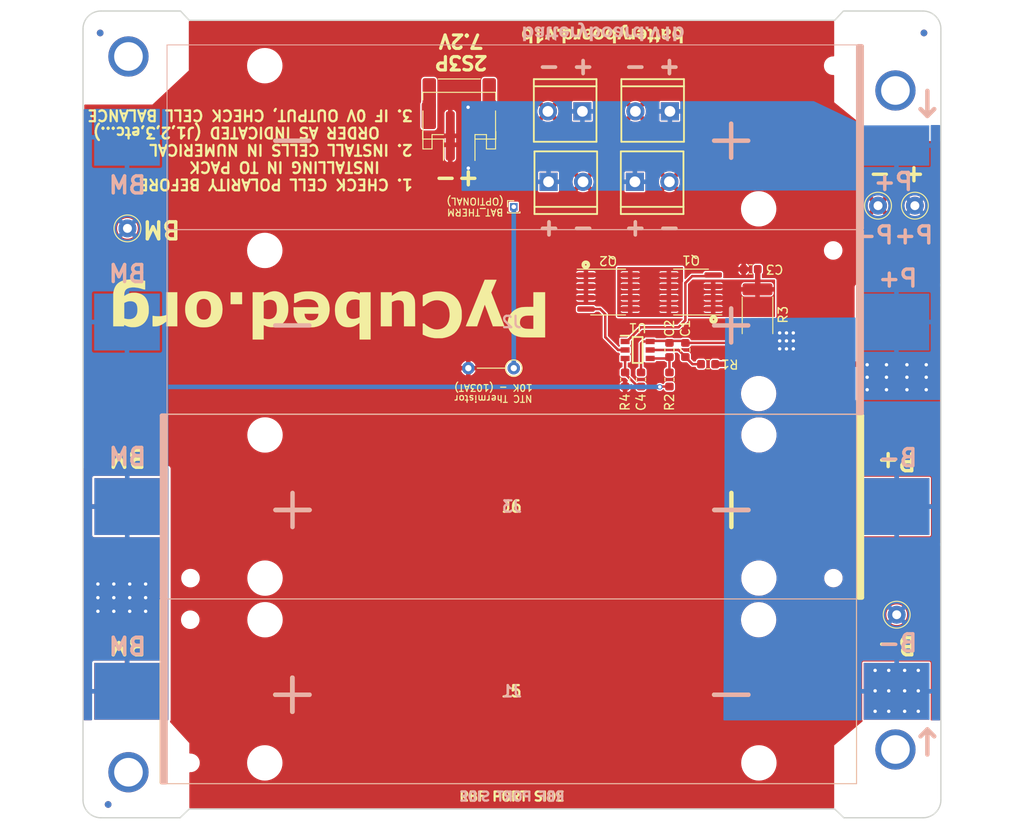
<source format=kicad_pcb>
(kicad_pcb (version 20221018) (generator pcbnew)
  (layers (0 "F.Cu" signal) (31 "B.Cu" signal) (34 "B.Paste" user) (35 "F.Paste" user) (36 "B.SilkS" user "B.Silkscreen") (37 "F.SilkS" user "F.Silkscreen") (38 "B.Mask" user) (39 "F.Mask" user) (44 "Edge.Cuts" user))
  (net 0 "")
  (net 1 "/VDD")
  (net 2 "B-")
  (net 3 "Net-(U1-VC)")
  (net 4 "PACK-")
  (net 5 "BM")
  (net 6 "PACK+")
  (net 7 "Net-(U1-V-)")
  (net 10 "Net-(C3-Pad1)")
  (net 12 "BAT_THERM")
  (net 14 "Net-(Q1-D-Pad5)")
  (net 15 "Net-(Q1-G)")
  (net 16 "Net-(Q2-G)")
  (footprint "custom-footprints:KEYSTONE-1042" (layer "F.Cu") (at 101.1174 129.8448 180)
    (fp_text reference "J5" (at 0 0) (layer "F.SilkS") (effects (font (size 1.27 1.27) (thickness 0.254))))
    (fp_text value "KEYSTONE-1042" hide)
    (fp_text user "+" (at 24.525 0) (layer "F.SilkS") (effects (font (size 5 5) (thickness 0.5))))
    (fp_text user "-" (at -24.525 0) (layer "F.SilkS") (effects (font (size 5 5) (thickness 0.5))))
    (pad "" np_thru_hole circle (at -27.6 8 180) (size 0.001 0.001) (drill 3.45) (layers "*.Cu" "*.Mask"))
    (pad "" np_thru_hole circle (at 27.6 -8 180) (size 0.001 0.001) (drill 3.45) (layers "*.Cu" "*.Mask"))
    (pad "" np_thru_hole circle (at 35.93 8 180) (size 0.001 0.001) (drill 1.57) (layers "*.Cu" "*.Mask"))
    (pad "1" smd rect (at -43 0 270) (size 6.35 7.34) (layers "F.Cu" "F.Paste" "F.Mask") (net 2 "B-"))
    (pad "2" smd rect (at 43 0 270) (size 6.35 7.34) (layers "F.Cu" "F.Paste" "F.Mask") (net 5 "BM"))
  )
  (footprint "custom-footprints:SOT95P280X130-6N" (layer "F.Cu") (at 115.189 91.694)
    (fp_text reference "U1" (at 0 -2.4765 180 unlocked) (layer "F.SilkS"))
    (fp_text value "R5460N233AF" hide)
    (pad "1" smd rect (at -1.4 -0.95 90) (size 0.6 1) (layers "F.Cu" "F.Paste" "F.Mask") (net 15 "Net-(Q1-G)"))
    (pad "2" smd rect (at -1.4 0 90) (size 0.6 1) (layers "F.Cu" "F.Paste" "F.Mask") (net 16 "Net-(Q2-G)"))
    (pad "3" smd rect (at -1.4 0.95 90) (size 0.6 1) (layers "F.Cu" "F.Paste" "F.Mask") (net 7 "Net-(U1-V-)"))
    (pad "4" smd rect (at 1.4 0.95 90) (size 0.6 1) (layers "F.Cu" "F.Paste" "F.Mask") (net 3 "Net-(U1-VC)"))
    (pad "5" smd rect (at 1.4 0 90) (size 0.6 1) (layers "F.Cu" "F.Paste" "F.Mask") (net 1 "/VDD"))
    (pad "6" smd rect (at 1.4 -0.95 90) (size 0.6 1) (layers "F.Cu" "F.Paste" "F.Mask") (net 2 "B-"))
  )
  (footprint "custom-footprints:KEYSTONE-1042" (layer "F.Cu") (at 101.1428 109.1946)
    (fp_text reference "J6" (at 0 0) (layer "F.SilkS") (effects (font (size 1.27 1.27) (thickness 0.254))))
    (fp_text value "KEYSTONE-1042" hide)
    (fp_text user "+" (at 24.525 0) (layer "F.SilkS") (effects (font (size 5 5) (thickness 0.5))))
    (fp_text user "-" (at -24.525 0) (layer "F.SilkS") (effects (font (size 5 5) (thickness 0.5))))
    (pad "" np_thru_hole circle (at -27.6 8) (size 0.001 0.001) (drill 3.45) (layers "*.Cu" "*.Mask"))
    (pad "" np_thru_hole circle (at 27.6 -8) (size 0.001 0.001) (drill 3.45) (layers "*.Cu" "*.Mask"))
    (pad "" np_thru_hole circle (at 35.93 8) (size 0.001 0.001) (drill 1.57) (layers "*.Cu" "*.Mask"))
    (pad "1" smd rect (at -43 0 90) (size 6.35 7.34) (layers "F.Cu" "F.Paste" "F.Mask") (net 5 "BM"))
    (pad "2" smd rect (at 43 0 90) (size 6.35 7.34) (layers "F.Cu" "F.Paste" "F.Mask") (net 6 "PACK+"))
  )
  (footprint "Capacitor_SMD:C_0603_1608Metric" (layer "F.Cu") (at 120.523 91.694 -90)
    (fp_text reference "C1" (at -2.413 0 90) (layer "F.SilkS"))
    (fp_text value "0.1uF")
    (pad "1" smd roundrect (at -0.7875 0 270) (size 0.875 0.95) (layers "F.Cu" "F.Paste" "F.Mask") (net 2 "B-"))
    (pad "2" smd roundrect (at 0.7875 0 270) (size 0.875 0.95) (layers "F.Cu" "F.Paste" "F.Mask") (net 1 "/VDD"))
  )
  (footprint "Capacitor_SMD:C_0603_1608Metric" (layer "F.Cu") (at 118.745 91.694 -90)
    (fp_text reference "C2" (at -2.413 0 90) (layer "F.SilkS"))
    (fp_text value "0.1uF")
    (pad "1" smd roundrect (at -0.7875 0 270) (size 0.875 0.95) (layers "F.Cu" "F.Paste" "F.Mask") (net 2 "B-"))
    (pad "2" smd roundrect (at 0.7875 0 270) (size 0.875 0.95) (layers "F.Cu" "F.Paste" "F.Mask") (net 3 "Net-(U1-VC)"))
  )
  (footprint "Capacitor_SMD:C_0603_1608Metric" (layer "F.Cu") (at 115.57 94.996 -90)
    (fp_text reference "C4" (at 2.54 0 90) (layer "F.SilkS"))
    (fp_text value "0.1uF")
    (pad "1" smd roundrect (at -0.7875 0 270) (size 0.875 0.95) (layers "F.Cu" "F.Paste" "F.Mask") (net 2 "B-"))
    (pad "2" smd roundrect (at 0.7875 0 270) (size 0.875 0.95) (layers "F.Cu" "F.Paste" "F.Mask") (net 7 "Net-(U1-V-)"))
  )
  (footprint "Capacitor_SMD:C_0603_1608Metric" (layer "F.Cu") (at 127.8255 82.677 180)
    (fp_text reference "C3" (at -2.667 0 180 unlocked) (layer "F.SilkS"))
    (fp_text value "0.1uF")
    (pad "1" smd roundrect (at -0.7875 0 180) (size 0.875 0.95) (layers "F.Cu" "F.Paste" "F.Mask") (net 10 "Net-(C3-Pad1)"))
    (pad "2" smd roundrect (at 0.7875 0 180) (size 0.875 0.95) (layers "F.Cu" "F.Paste" "F.Mask") (net 4 "PACK-"))
  )
  (footprint "Resistor_SMD:R_0603_1608Metric" (layer "F.Cu") (at 123.063 93.2815 180)
    (fp_text reference "R1" (at -2.413 0 180 unlocked) (layer "F.SilkS"))
    (fp_text value "330")
    (pad "1" smd roundrect (at -0.7875 0 180) (size 0.875 0.95) (layers "F.Cu" "F.Paste" "F.Mask") (net 6 "PACK+"))
    (pad "2" smd roundrect (at 0.7875 0 180) (size 0.875 0.95) (layers "F.Cu" "F.Paste" "F.Mask") (net 1 "/VDD"))
  )
  (footprint "Resistor_SMD:R_0603_1608Metric" (layer "F.Cu") (at 118.745 94.996 90)
    (fp_text reference "R2" (at -2.54 0 90) (layer "F.SilkS"))
    (fp_text value "330")
    (pad "1" smd roundrect (at -0.7875 0 90) (size 0.875 0.95) (layers "F.Cu" "F.Paste" "F.Mask") (net 5 "BM"))
    (pad "2" smd roundrect (at 0.7875 0 90) (size 0.875 0.95) (layers "F.Cu" "F.Paste" "F.Mask") (net 3 "Net-(U1-VC)"))
  )
  (footprint "Package_SO:SOIC-8_3.9x4.9mm_P1.27mm" (layer "F.Cu") (at 111.887 85.217)
    (fp_text reference "Q2" (at 0 -3.4925 180 unlocked) (layer "F.SilkS"))
    (fp_text value "IRF7458")
    (pad "1" smd roundrect (at -2.475 -1.905) (size 1.95 0.6) (layers "F.Cu" "F.Paste" "F.Mask") (net 4 "PACK-"))
    (pad "2" smd roundrect (at -2.475 -0.635) (size 1.95 0.6) (layers "F.Cu" "F.Paste" "F.Mask") (net 4 "PACK-"))
    (pad "3" smd roundrect (at -2.475 0.635) (size 1.95 0.6) (layers "F.Cu" "F.Paste" "F.Mask") (net 4 "PACK-"))
    (pad "4" smd roundrect (at -2.475 1.905) (size 1.95 0.6) (layers "F.Cu" "F.Paste" "F.Mask") (net 16 "Net-(Q2-G)"))
    (pad "5" smd roundrect (at 2.475 1.905) (size 1.95 0.6) (layers "F.Cu" "F.Paste" "F.Mask") (net 14 "Net-(Q1-D-Pad5)"))
    (pad "6" smd roundrect (at 2.475 0.635) (size 1.95 0.6) (layers "F.Cu" "F.Paste" "F.Mask") (net 14 "Net-(Q1-D-Pad5)"))
    (pad "7" smd roundrect (at 2.475 -0.635) (size 1.95 0.6) (layers "F.Cu" "F.Paste" "F.Mask") (net 14 "Net-(Q1-D-Pad5)"))
    (pad "8" smd roundrect (at 2.475 -1.905) (size 1.95 0.6) (layers "F.Cu" "F.Paste" "F.Mask") (net 14 "Net-(Q1-D-Pad5)"))
  )
  (footprint "Package_SO:SOIC-8_3.9x4.9mm_P1.27mm" (layer "F.Cu") (at 121.158 85.217 180)
    (fp_text reference "Q1" (at 0 3.556 180 unlocked) (layer "F.SilkS"))
    (fp_text value "IRF7458")
    (pad "1" smd roundrect (at -2.475 -1.905 180) (size 1.95 0.6) (layers "F.Cu" "F.Paste" "F.Mask") (net 10 "Net-(C3-Pad1)"))
    (pad "2" smd roundrect (at -2.475 -0.635 180) (size 1.95 0.6) (layers "F.Cu" "F.Paste" "F.Mask") (net 10 "Net-(C3-Pad1)"))
    (pad "3" smd roundrect (at -2.475 0.635 180) (size 1.95 0.6) (layers "F.Cu" "F.Paste" "F.Mask") (net 10 "Net-(C3-Pad1)"))
    (pad "4" smd roundrect (at -2.475 1.905 180) (size 1.95 0.6) (layers "F.Cu" "F.Paste" "F.Mask") (net 15 "Net-(Q1-G)"))
    (pad "5" smd roundrect (at 2.475 1.905 180) (size 1.95 0.6) (layers "F.Cu" "F.Paste" "F.Mask") (net 14 "Net-(Q1-D-Pad5)"))
    (pad "6" smd roundrect (at 2.475 0.635 180) (size 1.95 0.6) (layers "F.Cu" "F.Paste" "F.Mask") (net 14 "Net-(Q1-D-Pad5)"))
    (pad "7" smd roundrect (at 2.475 -0.635 180) (size 1.95 0.6) (layers "F.Cu" "F.Paste" "F.Mask") (net 14 "Net-(Q1-D-Pad5)"))
    (pad "8" smd roundrect (at 2.475 -1.905 180) (size 1.95 0.6) (layers "F.Cu" "F.Paste" "F.Mask") (net 14 "Net-(Q1-D-Pad5)"))
  )
  (footprint "Resistor_SMD:R_0603_1608Metric" (layer "F.Cu") (at 113.792 94.996 -90)
    (fp_text reference "R4" (at 2.54 0 90) (layer "F.SilkS"))
    (fp_text value "1K")
    (pad "1" smd roundrect (at -0.7875 0 270) (size 0.875 0.95) (layers "F.Cu" "F.Paste" "F.Mask") (net 7 "Net-(U1-V-)"))
    (pad "2" smd roundrect (at 0.7875 0 270) (size 0.875 0.95) (layers "F.Cu" "F.Paste" "F.Mask") (net 4 "PACK-"))
  )
  (footprint "Resistor_SMD:R_2512_6332Metric" (layer "F.Cu") (at 128.5875 87.8205 90)
    (fp_text reference "R3" (at 0.0635 2.8575 90) (layer "F.SilkS"))
    (fp_text value "0.01")
    (pad "1" smd roundrect (at -2.9 0 90) (size 1.35 3.35) (layers "F.Cu" "F.Paste" "F.Mask") (roundrect_rratio 0.185185) (net 2 "B-"))
    (pad "2" smd roundrect (at 2.9 0 90) (size 1.35 3.35) (layers "F.Cu" "F.Paste" "F.Mask") (roundrect_rratio 0.185185) (net 10 "Net-(C3-Pad1)"))
  )
  (footprint "Fiducial:Fiducial_0.75mm_Mask1.5mm" (layer "F.Cu") (at 56.007 142.494)
    (fp_text reference "REF**" hide)
    (fp_text value "Fiducial_0.75mm_Mask1.5mm")
    (pad "" smd circle (at 0 0) (size 0.75 0.75) (layers "F.Cu" "F.Mask") (clearance 0.375))
  )
  (footprint "Fiducial:Fiducial_0.75mm_Mask1.5mm" (layer "F.Cu") (at 55.118 56.261)
    (fp_text reference "REF**" hide)
    (fp_text value "Fiducial_0.75mm_Mask1.5mm")
    (pad "" smd circle (at 0 0) (size 0.75 0.75) (layers "F.Cu" "F.Mask") (clearance 0.375))
  )
  (footprint "Fiducial:Fiducial_0.75mm_Mask1.5mm" (layer "F.Cu") (at 147.193 56.261)
    (fp_text reference "REF**" hide)
    (fp_text value "Fiducial_0.75mm_Mask1.5mm")
    (pad "" smd circle (at 0 0) (size 0.75 0.75) (layers "F.Cu" "F.Mask") (clearance 0.375))
  )
  (footprint "TestPoint:TestPoint_Loop_D1.80mm_Drill1.0mm_Beaded" (layer "F.Cu") (at 144.145 121.285)
    (fp_text reference "TP1" hide)
    (fp_text value "TestPoint")
    (pad "1" thru_hole circle (at 0 0) (size 2 2) (drill 1) (layers "*.Cu" "*.Mask") (net 2 "B-"))
  )
  (footprint "TestPoint:TestPoint_Loop_D1.80mm_Drill1.0mm_Beaded" (layer "F.Cu") (at 58.166 78.105)
    (fp_text reference "TP2" hide)
    (fp_text value "TestPoint")
    (pad "1" thru_hole circle (at 0 0) (size 2 2) (drill 1) (layers "*.Cu" "*.Mask") (net 5 "BM"))
  )
  (footprint "TestPoint:TestPoint_Loop_D1.80mm_Drill1.0mm_Beaded" (layer "F.Cu") (at 142.0622 75.565)
    (fp_text reference "TP3" hide)
    (fp_text value "TestPoint")
    (pad "1" thru_hole circle (at 0 0) (size 2 2) (drill 1) (layers "*.Cu" "*.Mask") (net 4 "PACK-"))
  )
  (footprint "TestPoint:TestPoint_Loop_D1.80mm_Drill1.0mm_Beaded" (layer "F.Cu") (at 146.177 75.565)
    (fp_text reference "TP4" hide)
    (fp_text value "TestPoint")
    (pad "1" thru_hole circle (at 0 0) (size 2 2) (drill 1) (layers "*.Cu" "*.Mask") (net 6 "PACK+"))
  )
  (footprint "Connector_JST:JST_PH_S2B-PH-SM4-TB_1x02-1MP_P2.00mm_Horizontal" (layer "F.Cu") (at 95.25 65.913 180)
    (fp_text reference "J7" hide)
    (fp_text value "JST_PH_S2B-PH-SM4")
    (pad "1" smd roundrect (at -1 -2.85 180) (size 1 3.5) (layers "F.Cu" "F.Paste" "F.Mask") (net 6 "PACK+"))
    (pad "2" smd roundrect (at 1 -2.85 180) (size 1 3.5) (layers "F.Cu" "F.Paste" "F.Mask") (net 4 "PACK-"))
    (pad "MP" smd roundrect (at -3.35 2.9 180) (size 1.5 3.4) (layers "F.Cu" "F.Paste" "F.Mask") (roundrect_rratio 0.166667))
    (pad "MP" smd roundrect (at 3.35 2.9 180) (size 1.5 3.4) (layers "F.Cu" "F.Paste" "F.Mask") (roundrect_rratio 0.166667))
  )
  (footprint "custom-footprints:SCREWTERMINAL-3.5MM-2_LOCK" (layer "F.Cu") (at 108.839 65.024 180)
    (fp_text reference "J8" hide)
    (fp_text value "Screw_Terminal_01x02")
    (pad "1" thru_hole rect (at -0.1778 0 180) (size 2.032 2.032) (drill 1.2) (layers "*.Cu" "*.Mask") (net 6 "PACK+"))
    (pad "2" thru_hole circle (at 3.6778 0 180) (size 2.032 2.032) (drill 1.2) (layers "*.Cu" "*.Mask") (net 4 "PACK-"))
  )
  (footprint "custom-footprints:SCREWTERMINAL-3.5MM-2_LOCK" (layer "F.Cu") (at 105.41 72.898)
    (fp_text reference "J9" hide)
    (fp_text value "Screw_Terminal_01x02")
    (pad "1" thru_hole rect (at -0.1778 0) (size 2.032 2.032) (drill 1.2) (layers "*.Cu" "*.Mask") (net 6 "PACK+"))
    (pad "2" thru_hole circle (at 3.6778 0) (size 2.032 2.032) (drill 1.2) (layers "*.Cu" "*.Mask") (net 4 "PACK-"))
  )
  (footprint "custom-footprints:SCREWTERMINAL-3.5MM-2_LOCK" (layer "F.Cu") (at 118.618 65.024 180)
    (fp_text reference "J10" hide)
    (fp_text value "Screw_Terminal_01x02")
    (pad "1" thru_hole rect (at -0.1778 0 180) (size 2.032 2.032) (drill 1.2) (layers "*.Cu" "*.Mask") (net 6 "PACK+"))
    (pad "2" thru_hole circle (at 3.6778 0 180) (size 2.032 2.032) (drill 1.2) (layers "*.Cu" "*.Mask") (net 4 "PACK-"))
  )
  (footprint "custom-footprints:SCREWTERMINAL-3.5MM-2_LOCK" (layer "F.Cu") (at 115.062 72.898)
    (fp_text reference "J11" hide)
    (fp_text value "Screw_Terminal_01x02")
    (pad "1" thru_hole rect (at -0.1778 0) (size 2.032 2.032) (drill 1.2) (layers "*.Cu" "*.Mask") (net 6 "PACK+"))
    (pad "2" thru_hole circle (at 3.6778 0) (size 2.032 2.032) (drill 1.2) (layers "*.Cu" "*.Mask") (net 4 "PACK-"))
  )
  (footprint "Connector_PinHeader_1.00mm:PinHeader_1x01_P1.00mm_Vertical" (layer "F.Cu") (at 101.346 75.692)
    (fp_text reference "J12" hide)
    (fp_text value "Screw_Terminal_01x01")
    (pad "1" thru_hole rect (at 0 0) (size 0.85 0.85) (drill 0.5) (layers "*.Cu" "*.Mask") (net 12 "BAT_THERM"))
  )
  (footprint "Resistor_THT:R_Axial_DIN0204_L3.6mm_D1.6mm_P5.08mm_Vertical" (layer "F.Cu") (at 101.346 93.726 180)
    (fp_text reference "TH1" hide)
    (fp_text value "Thermistor")
    (pad "1" thru_hole circle (at 0 0 180) (size 1.4 1.4) (drill 0.7) (layers "*.Cu" "*.Mask") (net 12 "BAT_THERM"))
    (pad "2" thru_hole oval (at 5.08 0 180) (size 1.4 1.4) (drill 0.7) (layers "*.Cu" "*.Mask") (net 4 "PACK-"))
  )
  (footprint "Connector_JST:JST_PH_B2B-PH-SM4-TB_1x02-1MP_P2.00mm_Vertical" (layer "F.Cu") (at 95.25 67.2592)
    (fp_text reference "REF**" hide)
    (fp_text value "JST_PH_B2B-PH-SM4-TB_1x02-1MP_P2.00mm_Vertical")
    (pad "1" smd roundrect (at -1 0.5) (size 1 5.499999) (layers "F.Cu" "F.Paste" "F.Mask") (net 4 "PACK-"))
    (pad "2" smd roundrect (at 1 0.5) (size 1 5.499999) (layers "F.Cu" "F.Paste" "F.Mask") (net 6 "PACK+"))
    (pad "MP" smd roundrect (at -3.4 -1.75) (size 1.6 3) (layers "F.Cu" "F.Paste" "F.Mask") (roundrect_rratio 0.15625))
    (pad "MP" smd roundrect (at 3.4 -1.75) (size 1.6 3) (layers "F.Cu" "F.Paste" "F.Mask") (roundrect_rratio 0.15625))
  )
  (footprint "custom-footprints:pycubed_logo" (layer "F.Cu") (at 83.29676 86.9188 180)
    (fp_text reference "Ref**" hide)
    (fp_text value "Val**" hide)
  )
  (footprint "custom-footprints:MountingHole_3.2mm_M3_DIN965_PadMOD" (layer "F.Cu") (at 144.0053 136.3499)
    (fp_text reference "H4" hide)
    (fp_text value "MountingHole_Pad")
    (pad "1" thru_hole circle locked (at 0 0) (size 4.5 4.5) (drill 3.2) (layers "*.Cu" "*.Mask"))
  )
  (footprint "custom-footprints:MountingHole_3.2mm_M3_DIN965_PadMOD" (layer "F.Cu") (at 58.2803 58.8899)
    (fp_text reference "H2" hide)
    (fp_text value "MountingHole_Pad")
    (pad "1" thru_hole circle locked (at 0 0) (size 4.5 4.5) (drill 3.2) (layers "*.Cu" "*.Mask"))
  )
  (footprint "custom-footprints:MountingHole_3.2mm_M3_DIN965_PadMOD" (layer "F.Cu") (at 58.2803 138.8899)
    (fp_text reference "H1" hide)
    (fp_text value "MountingHole_Pad")
    (pad "1" thru_hole circle locked (at 0 0) (size 4.5 4.5) (drill 3.2) (layers "*.Cu" "*.Mask"))
  )
  (footprint "custom-footprints:battery_version" (layer "F.Cu") (at 111.252 56.388 180)
    (fp_text reference "Ref**" hide)
    (fp_text value "Val**" hide)
  )
  (footprint "custom-footprints:MountingHole_3.2mm_M3_DIN965_PadMOD" (layer "F.Cu") (at 144.0053 62.6899)
    (fp_text reference "H3" hide)
    (fp_text value "MountingHole_Pad")
    (pad "1" thru_hole circle (at 0 0) (size 4.5 4.5) (drill 3.2) (layers "*.Cu" "*.Mask"))
  )
  (footprint "custom-footprints:KEYSTONE-1042" (layer "B.Cu") (at 101.1174 88.5698)
    (fp_text reference "J2" (at 0 0) (layer "B.SilkS") (effects (font (size 1.27 1.27) (thickness 0.254)) (justify mirror)))
    (fp_text value "KEYSTONE-1042" hide)
    (fp_text user "+" (at 24.525 0) (layer "B.SilkS") (effects (font (size 5 5) (thickness 0.5)) (justify mirror)))
    (fp_text user "-" (at -24.525 0) (layer "B.SilkS") (effects (font (size 5 5) (thickness 0.5)) (justify mirror)))
    (pad "" np_thru_hole circle (at -27.6 -8) (size 0.001 0.001) (drill 3.45) (layers "*.Cu" "*.Mask"))
    (pad "" np_thru_hole circle (at 27.6 8) (size 0.001 0.001) (drill 3.45) (layers "*.Cu" "*.Mask"))
    (pad "" np_thru_hole circle (at 35.93 -8) (size 0.001 0.001) (drill 1.57) (layers "*.Cu" "*.Mask"))
    (pad "1" smd rect (at -43 0 270) (size 6.35 7.34) (layers "B.Cu" "B.Paste" "B.Mask") (net 5 "BM"))
    (pad "2" smd rect (at 43 0 270) (size 6.35 7.34) (layers "B.Cu" "B.Paste" "B.Mask") (net 6 "PACK+"))
  )
  (footprint "custom-footprints:KEYSTONE-1042" (layer "B.Cu") (at 101.1428 129.8448 180)
    (fp_text reference "J1" (at 0 0) (layer "B.SilkS") (effects (font (size 1.27 1.27) (thickness 0.254)) (justify mirror)))
    (fp_text value "KEYSTONE-1042" hide)
    (fp_text user "+" (at 24.525 0) (layer "B.SilkS") (effects (font (size 5 5) (thickness 0.5)) (justify mirror)))
    (fp_text user "-" (at -24.525 0) (layer "B.SilkS") (effects (font (size 5 5) (thickness 0.5)) (justify mirror)))
    (pad "" np_thru_hole circle (at -27.6 -8 180) (size 0.001 0.001) (drill 3.45) (layers "*.Cu" "*.Mask"))
    (pad "" np_thru_hole circle (at 27.6 8 180) (size 0.001 0.001) (drill 3.45) (layers "*.Cu" "*.Mask"))
    (pad "" np_thru_hole circle (at 35.93 -8 180) (size 0.001 0.001) (drill 1.57) (layers "*.Cu" "*.Mask"))
    (pad "1" smd rect (at -43 0 90) (size 6.35 7.34) (layers "B.Cu" "B.Paste" "B.Mask") (net 2 "B-"))
    (pad "2" smd rect (at 43 0 90) (size 6.35 7.34) (layers "B.Cu" "B.Paste" "B.Mask") (net 5 "BM"))
  )
  (footprint "custom-footprints:KEYSTONE-1042" (layer "B.Cu") (at 101.1428 109.1946 180)
    (fp_text reference "J3" (at 0 0) (layer "B.SilkS") (effects (font (size 1.27 1.27) (thickness 0.254)) (justify mirror)))
    (fp_text value "KEYSTONE-1042" hide)
    (fp_text user "-" (at -24.525 0) (layer "B.SilkS") (effects (font (size 5 5) (thickness 0.5)) (justify mirror)))
    (fp_text user "+" (at 24.525 0) (layer "B.SilkS") (effects (font (size 5 5) (thickness 0.5)) (justify mirror)))
    (pad "" np_thru_hole circle (at -27.6 -8 180) (size 0.001 0.001) (drill 3.45) (layers "*.Cu" "*.Mask"))
    (pad "" np_thru_hole circle (at 27.6 8 180) (size 0.001 0.001) (drill 3.45) (layers "*.Cu" "*.Mask"))
    (pad "" np_thru_hole circle (at 35.93 -8 180) (size 0.001 0.001) (drill 1.57) (layers "*.Cu" "*.Mask"))
    (pad "1" smd rect (at -43 0 90) (size 6.35 7.34) (layers "B.Cu" "B.Paste" "B.Mask") (net 2 "B-"))
    (pad "2" smd rect (at 43 0 90) (size 6.35 7.34) (layers "B.Cu" "B.Paste" "B.Mask") (net 5 "BM"))
  )
  (footprint "Fiducial:Fiducial_0.75mm_Mask1.5mm" (layer "B.Cu") (at 56.007 142.494)
    (fp_text reference "REF**" hide)
    (fp_text value "Fiducial_0.75mm_Mask1.5mm")
    (pad "" smd circle (at 0 0) (size 0.75 0.75) (layers "B.Cu" "B.Mask") (clearance 0.375))
  )
  (footprint "Fiducial:Fiducial_0.75mm_Mask1.5mm" (layer "B.Cu") (at 55.118 56.261)
    (fp_text reference "REF**" hide)
    (fp_text value "Fiducial_0.75mm_Mask1.5mm")
    (pad "" smd circle (at 0 0) (size 0.75 0.75) (layers "B.Cu" "B.Mask") (clearance 0.375))
  )
  (footprint "Fiducial:Fiducial_0.75mm_Mask1.5mm" (layer "B.Cu") (at 147.193 56.261)
    (fp_text reference "REF**" hide)
    (fp_text value "Fiducial_0.75mm_Mask1.5mm")
    (pad "" smd circle (at 0 0) (size 0.75 0.75) (layers "B.Cu" "B.Mask") (clearance 0.375))
  )
  (footprint "custom-footprints:battery_version" (layer "B.Cu") (at 111.3536 56.134)
    (fp_text reference "Ref**" hide)
    (fp_text value "Val**" hide)
  )
  (footprint "custom-footprints:KEYSTONE-1042" (layer "B.Cu") (at 101.1174 67.9196)
    (fp_text reference "J4" hide)
    (fp_text value "KEYSTONE-1042" hide)
    (fp_text user "+" (at 24.525 0) (layer "B.SilkS") (effects (font (size 5 5) (thickness 0.5)) (justify mirror)))
    (fp_text user "-" (at -24.525 0) (layer "B.SilkS") (effects (font (size 5 5) (thickness 0.5)) (justify mirror)))
    (pad "" np_thru_hole circle (at -27.6 -8) (size 0.001 0.001) (drill 3.45) (layers "*.Cu" "*.Mask"))
    (pad "" np_thru_hole circle (at 27.6 8) (size 0.001 0.001) (drill 3.45) (layers "*.Cu" "*.Mask"))
    (pad "" np_thru_hole circle (at 35.93 -8) (size 0.001 0.001) (drill 1.57) (layers "*.Cu" "*.Mask"))
    (pad "1" smd rect (at -43 0 270) (size 6.35 7.34) (layers "B.Cu" "B.Paste" "B.Mask") (net 5 "BM"))
    (pad "2" smd rect (at 43 0.925 270) (size 4.5 7.34) (layers "B.Cu" "B.Paste" "B.Mask") (net 6 "PACK+"))
  )
  (gr_line (start 148.336 64.77) (end 147.574 65.532) (stroke (width 0.5)) (layer "B.SilkS"))
  (gr_line (start 146.812 64.77) (end 147.574 65.532) (stroke (width 0.5)) (layer "B.SilkS"))
  (gr_line (start 147.574 136.906) (end 147.574 134.112) (stroke (width 0.5)) (layer "B.SilkS"))
  (gr_line (start 146.812 134.874) (end 147.574 134.112) (stroke (width 0.5)) (layer "B.SilkS"))
  (gr_line (start 148.336 134.874) (end 147.574 134.112) (stroke (width 0.5)) (layer "B.SilkS"))
  (gr_line (start 147.574 62.738) (end 147.574 65.532) (stroke (width 0.5)) (layer "B.SilkS"))
  (gr_circle (center 123.6726 88.2904) (end 123.7488 88.3158) (stroke (width 0.4)) (fill none) (layer "F.SilkS"))
  (gr_circle (center 109.3978 82.169) (end 109.474 82.1944) (stroke (width 0.4)) (fill none) (layer "F.SilkS"))
  (gr_arc (start 55.2003 143.9799) (mid 53.786086 143.394114) (end 53.2003 141.9799) (stroke (width 0.15)) (layer "Edge.Cuts"))
  (gr_arc (start 149.0853 141.9799) (mid 148.499514 143.394114) (end 147.0853 143.9799) (stroke (width 0.15)) (layer "Edge.Cuts"))
  (gr_arc (start 147.0853 53.8099) (mid 148.499514 54.395686) (end 149.0853 55.8099) (stroke (width 0.15)) (layer "Edge.Cuts"))
  (gr_line (start 53.2003 55.8099) (end 53.2003 141.9799) (stroke (width 0.15)) (layer "Edge.Cuts"))
  (gr_arc (start 53.2003 55.8099) (mid 53.786086 54.395686) (end 55.2003 53.8099) (stroke (width 0.15)) (layer "Edge.Cuts"))
  (gr_line (start 55.2003 143.9799) (end 64.0395 143.9799) (stroke (width 0.15)) (layer "Edge.Cuts"))
  (gr_line (start 149.0853 141.9799) (end 149.0853 55.8099) (stroke (width 0.15)) (layer "Edge.Cuts"))
  (gr_line (start 137.2108 143.002) (end 65.0748 143.002) (stroke (width 0.15)) (layer "Edge.Cuts"))
  (gr_line (start 64.0395 143.9799) (end 65.0748 143.002) (stroke (width 0.15)) (layer "Edge.Cuts"))
  (gr_line (start 147.0853 143.9799) (end 138.2461 143.9799) (stroke (width 0.15)) (layer "Edge.Cuts"))
  (gr_line (start 65.0748 54.8452) (end 64.0969 53.8099) (stroke (width 0.15)) (layer "Edge.Cuts"))
  (gr_line (start 137.2108 54.8452) (end 65.0748 54.8452) (stroke (width 0.15)) (layer "Edge.Cuts"))
  (gr_line (start 137.2108 54.8452) (end 138.1887 53.8099) (stroke (width 0.15)) (layer "Edge.Cuts"))
  (gr_line (start 147.0853 53.8099) (end 138.1887 53.8099) (stroke (width 0.15)) (layer "Edge.Cuts"))
  (gr_line (start 64.0969 53.8099) (end 55.2003 53.8099) (stroke (width 0.15)) (layer "Edge.Cuts"))
  (gr_line (start 138.2461 143.9799) (end 137.2108 143.002) (stroke (width 0.15)) (layer "Edge.Cuts"))
  (gr_text "BM" (at 58.166 103.632) (layer "B.SilkS") (effects (font (size 1.905 1.905) (thickness 0.381)) (justify mirror)))
  (gr_text "BM" (at 58.166 83.185) (layer "B.SilkS") (effects (font (size 1.905 1.905) (thickness 0.381)) (justify mirror)))
  (gr_text "BM" (at 58.166 73.279) (layer "B.SilkS") (effects (font (size 1.905 1.905) (thickness 0.381)) (justify mirror)))
  (gr_text "BM" (at 58.166 124.841) (layer "B.SilkS") (effects (font (size 1.905 1.905) (thickness 0.381)) (justify mirror)))
  (gr_text "B-" (at 144.272 124.46) (layer "B.SilkS") (effects (font (size 1.905 1.905) (thickness 0.381)) (justify mirror)))
  (gr_text "B-" (at 144.272 103.759) (layer "B.SilkS") (effects (font (size 1.905 1.905) (thickness 0.381)) (justify mirror)))
  (gr_text "P+" (at 144.272 83.693) (layer "B.SilkS") (effects (font (size 1.905 1.905) (thickness 0.381)) (justify mirror)))
  (gr_text "P+" (at 146.05 78.867) (layer "B.SilkS") (effects (font (size 1.905 1.905) (thickness 0.381)) (justify mirror)))
  (gr_text "P-" (at 141.605 78.867) (layer "B.SilkS") (effects (font (size 1.905 1.905) (thickness 0.381)) (justify mirror)))
  (gr_text "P+" (at 143.764 72.898) (layer "B.SilkS") (effects (font (size 1.905 1.905) (thickness 0.381)) (justify mirror)))
  (gr_text "- +" (at 107.188 60.198 180) (layer "B.SilkS") (effects (font (size 1.905 1.905) (thickness 0.381)) (justify mirror)))
  (gr_text "- +" (at 116.84 60.198 180) (layer "B.SilkS") (effects (font (size 1.905 1.905) (thickness 0.381)) (justify mirror)))
  (gr_text "- +" (at 116.84 77.978) (layer "B.SilkS") (effects (font (size 1.905 1.905) (thickness 0.381)) (justify mirror)))
  (gr_text "- +" (at 107.188 77.978) (layer "B.SilkS") (effects (font (size 1.905 1.905) (thickness 0.381)) (justify mirror)))
  (gr_text "RBF PORT SIDE" (at 101.1428 141.605) (layer "B.SilkS") (effects (font (size 1.016 1.016) (thickness 0.254)) (justify mirror)))
  (gr_text "BM" (at 58.166 124.714 180) (layer "F.SilkS") (effects (font (size 1.905 1.905) (thickness 0.381))))
  (gr_text "B-" (at 144.145 124.714 180) (layer "F.SilkS") (effects (font (size 1.905 1.905) (thickness 0.381))))
  (gr_text "P+" (at 144.145 104.14 180) (layer "F.SilkS") (effects (font (size 1.905 1.905) (thickness 0.381))))
  (gr_text "BM" (at 61.976 78.232 180) (layer "F.SilkS") (effects (font (size 1.905 1.905) (thickness 0.381))))
  (gr_text "- +" (at 107.188 59.944) (layer "F.SilkS") (effects (font (size 1.905 1.905) (thickness 0.381))))
  (gr_text "-" (at 93.726 72.644 180) (layer "F.SilkS") (effects (font (size 1.905 1.905) (thickness 0.381))))
  (gr_text "+" (at 96.266 72.644 180) (layer "F.SilkS") (effects (font (size 1.905 1.905) (thickness 0.381))))
  (gr_text "- +" (at 116.84 59.944) (layer "F.SilkS") (effects (font (size 1.905 1.905) (thickness 0.381))))
  (gr_text "- +" (at 116.84 78.232 180) (layer "F.SilkS") (effects (font (size 1.905 1.905) (thickness 0.381))))
  (gr_text "- +" (at 107.188 78.232 180) (layer "F.SilkS") (effects (font (size 1.905 1.905) (thickness 0.381))))
  (gr_text "NTC Thermistor\n10K - (103AT)" (at 99.06 96.52 180) (layer "F.SilkS") (effects (font (size 0.762 0.762) (thickness 0.127))))
  (gr_text "2S3P\n7.2V" (at 95.4532 58.36666 180) (layer "F.SilkS") (effects (font (size 1.5 1.5) (thickness 0.355))))
  (gr_text "BAT_THERM\n(OPTIONAL)" (at 97.028 75.692 180) (layer "F.SilkS") (effects (font (size 0.762 0.762) (thickness 0.127))))
  (gr_text "RBF PORT SIDE" (at 101.1428 141.605) (layer "F.SilkS") (effects (font (size 1.016 1.016) (thickness 0.254))))
  (gr_text "1. CHECK CELL POLARITY BEFORE \n    INSTALLING IN TO PACK\n2. INSTALL CELLS IN NUMERICAL \n    ORDER AS INDICATED (J1,2,3,etc...)\n3. IF 0V OUTPUT, CHECK CELL BALANCE" (at 90.17 69.32676 180) (layer "F.SilkS") (effects (font (size 1.2 1.2) (thickness 0.254)) (justify left)))
  (gr_text "- +" (at 144.16532 71.9201) (layer "F.SilkS") (effects (font (size 1.905 1.905) (thickness 0.381))))
  (gr_text "BM" (at 58.166 103.759 180) (layer "F.SilkS") (effects (font (size 1.905 1.905) (thickness 0.381))))
  (segment (start 119.761 91.694) (end 120.523 92.456) (width 0.2794) (layer "F.Cu") (net 1))
  (segment (start 122.2755 93.2815) (end 121.323 93.2815) (width 0.2794) (layer "F.Cu") (net 1))
  (segment (start 116.589 91.694) (end 119.761 91.694) (width 0.2794) (layer "F.Cu") (net 1))
  (segment (start 121.323 93.2815) (end 120.523 92.4815) (width 0.2794) (layer "F.Cu") (net 1))
  (segment (start 120.523 92.456) (end 120.523 92.4815) (width 0.2794) (layer "F.Cu") (net 1))
  (segment (start 120.2945 90.678) (end 120.523 90.9065) (width 0.2794) (layer "F.Cu") (net 2))
  (segment (start 115.57 94.2085) (end 115.57 90.9836) (width 0.2794) (layer "F.Cu") (net 2))
  (segment (start 118.745 90.678) (end 120.2945 90.678) (width 0.2794) (layer "F.Cu") (net 2))
  (segment (start 128.4015 90.9065) (end 128.5875 90.7205) (width 0.2794) (layer "F.Cu") (net 2))
  (segment (start 115.8096 90.744) (end 116.589 90.744) (width 0.2794) (layer "F.Cu") (net 2))
  (segment (start 115.57 90.9836) (end 115.8096 90.744) (width 0.2794) (layer "F.Cu") (net 2))
  (segment (start 116.655 90.678) (end 118.745 90.678) (width 0.2794) (layer "F.Cu") (net 2))
  (segment (start 116.589 90.744) (end 116.655 90.678) (width 0.2794) (layer "F.Cu") (net 2))
  (segment (start 118.745 90.9065) (end 118.745 90.678) (width 0.2794) (layer "F.Cu") (net 2))
  (segment (start 120.523 90.9065) (end 128.4015 90.9065) (width 0.2794) (layer "F.Cu") (net 2))
  (via (at 143.256 129.794) (size 0.5842) (drill 0.381) (layers "F.Cu" "B.Cu") (net 2))
  (via (at 146.558 129.794) (size 0.5842) (drill 0.381) (layers "F.Cu" "B.Cu") (net 2))
  (via (at 145.034 129.794) (size 0.5842) (drill 0.381) (layers "F.Cu" "B.Cu") (net 2))
  (via (at 141.732 129.794) (size 0.5842) (drill 0.381) (layers "F.Cu" "B.Cu") (net 2))
  (via (at 146.558 132.08) (size 0.5842) (drill 0.381) (layers "F.Cu" "B.Cu") (net 2))
  (via (at 141.732 132.08) (size 0.5842) (drill 0.381) (layers "F.Cu" "B.Cu") (net 2))
  (via (at 143.256 132.08) (size 0.5842) (drill 0.381) (layers "F.Cu" "B.Cu") (net 2))
  (via (at 145.034 132.08) (size 0.5842) (drill 0.381) (layers "F.Cu" "B.Cu") (net 2))
  (via (at 131.826 90.678) (size 0.5842) (drill 0.381) (layers "F.Cu" "B.Cu") (net 2))
  (via (at 132.588 90.678) (size 0.5842) (drill 0.381) (layers "F.Cu" "B.Cu") (net 2))
  (via (at 131.064 90.678) (size 0.5842) (drill 0.381) (layers "F.Cu" "B.Cu") (net 2))
  (via (at 131.826 91.567) (size 0.5842) (drill 0.381) (layers "F.Cu" "B.Cu") (net 2))
  (via (at 131.064 91.567) (size 0.5842) (drill 0.381) (layers "F.Cu" "B.Cu") (net 2))
  (via (at 132.588 91.567) (size 0.5842) (drill 0.381) (layers "F.Cu" "B.Cu") (net 2))
  (via (at 131.826 89.789) (size 0.5842) (drill 0.381) (layers "F.Cu" "B.Cu") (net 2))
  (via (at 141.732 127.508) (size 0.5842) (drill 0.381) (layers "F.Cu" "B.Cu") (net 2))
  (via (at 146.558 127.508) (size 0.5842) (drill 0.381) (layers "F.Cu" "B.Cu") (net 2))
  (via (at 132.588 89.789) (size 0.5842) (drill 0.381) (layers "F.Cu" "B.Cu") (net 2))
  (via (at 131.064 89.789) (size 0.5842) (drill 0.381) (layers "F.Cu" "B.Cu") (net 2))
  (via (at 143.256 127.508) (size 0.5842) (drill 0.381) (layers "F.Cu" "B.Cu") (net 2))
  (via (at 145.034 127.508) (size 0.5842) (drill 0.381) (layers "F.Cu" "B.Cu") (net 2))
  (segment (start 116.589 92.644) (end 118.5825 92.644) (width 0.2794) (layer "F.Cu") (net 3))
  (segment (start 118.745 92.4815) (end 118.745 94.2085) (width 0.2794) (layer "F.Cu") (net 3))
  (segment (start 118.5825 92.644) (end 118.745 92.4815) (width 0.2794) (layer "F.Cu") (net 3))
  (segment (start 93.218 68.763) (end 95.1282 68.763) (width 0.508) (layer "F.Cu") (net 4))
  (segment (start 118.745 95.7835) (end 117.703498 95.7835) (width 0.2794) (layer "F.Cu") (net 5))
  (segment (start 117.703498 95.7835) (end 117.665498 95.8215) (width 0.2794) (layer "F.Cu") (net 5))
  (via (at 54.864 119.38) (size 0.5842) (drill 0.381) (layers "F.Cu" "B.Cu") (net 5))
  (via (at 58.42 119.38) (size 0.5842) (drill 0.381) (layers "F.Cu" "B.Cu") (net 5))
  (via (at 56.642 119.38) (size 0.5842) (drill 0.381) (layers "F.Cu" "B.Cu") (net 5))
  (via (at 60.198 119.38) (size 0.5842) (drill 0.381) (layers "F.Cu" "B.Cu") (net 5))
  (via (at 60.198 120.904) (size 0.5842) (drill 0.381) (layers "F.Cu" "B.Cu") (net 5))
  (via (at 58.42 120.904) (size 0.5842) (drill 0.381) (layers "F.Cu" "B.Cu") (net 5))
  (via (at 54.864 120.904) (size 0.5842) (drill 0.381) (layers "F.Cu" "B.Cu") (net 5))
  (via (at 56.642 120.904) (size 0.5842) (drill 0.381) (layers "F.Cu" "B.Cu") (net 5))
  (via (at 56.642 117.856) (size 0.5842) (drill 0.381) (layers "F.Cu" "B.Cu") (net 5))
  (via (at 58.42 117.856) (size 0.5842) (drill 0.381) (layers "F.Cu" "B.Cu") (net 5))
  (via (at 54.864 117.856) (size 0.5842) (drill 0.381) (layers "F.Cu" "B.Cu") (net 5))
  (via (at 60.198 117.856) (size 0.5842) (drill 0.381) (layers "F.Cu" "B.Cu") (net 5))
  (via (at 117.665498 95.8215) (size 0.5842) (drill 0.381) (layers "F.Cu" "B.Cu") (net 5))
  (segment (start 117.665498 95.8215) (end 58.2295 95.8215) (width 0.508) (layer "B.Cu") (net 5))
  (segment (start 96.25 68.763) (end 96.25 64.5762) (width 0.6096) (layer "F.Cu") (net 6))
  (segment (start 139.954 92.456) (end 140.843 93.345) (width 0.6096) (layer "F.Cu") (net 6))
  (segment (start 96.25 71.358) (end 96.266 71.374) (width 0.6096) (layer "F.Cu") (net 6))
  (segment (start 96.25 68.763) (end 96.25 71.358) (width 0.6096) (layer "F.Cu") (net 6))
  (segment (start 123.8505 93.2815) (end 139.954 93.2815) (width 0.6096) (layer "F.Cu") (net 6))
  (segment (start 96.25 64.5762) (end 96.2406 64.5668) (width 0.6096) (layer "F.Cu") (net 6))
  (via (at 140.843 94.742) (size 0.5842) (drill 0.381) (layers "F.Cu" "B.Cu") (net 6))
  (via (at 143.002 94.742) (size 0.5842) (drill 0.381) (layers "F.Cu" "B.Cu") (net 6))
  (via (at 145.288 94.742) (size 0.5842) (drill 0.381) (layers "F.Cu" "B.Cu") (net 6))
  (via (at 147.447 94.742) (size 0.5842) (drill 0.381) (layers "F.Cu" "B.Cu") (net 6))
  (via (at 145.288 96.139) (size 0.5842) (drill 0.381) (layers "F.Cu" "B.Cu") (net 6))
  (via (at 140.843 96.139) (size 0.5842) (drill 0.381) (layers "F.Cu" "B.Cu") (net 6))
  (via (at 143.002 96.139) (size 0.5842) (drill 0.381) (layers "F.Cu" "B.Cu") (net 6))
  (via (at 147.447 96.139) (size 0.5842) (drill 0.381) (layers "F.Cu" "B.Cu") (net 6))
  (via (at 147.447 93.345) (size 0.5842) (drill 0.381) (layers "F.Cu" "B.Cu") (net 6))
  (via (at 145.288 93.345) (size 0.5842) (drill 0.381) (layers "F.Cu" "B.Cu") (net 6))
  (via (at 140.843 93.345) (size 0.5842) (drill 0.381) (layers "F.Cu" "B.Cu") (net 6))
  (via (at 96.266 71.374) (size 0.5842) (drill 0.381) (layers "F.Cu" "B.Cu") (net 6))
  (via (at 96.2406 64.5668) (size 0.5842) (drill 0.381) (layers "F.Cu" "B.Cu") (net 6))
  (via (at 143.002 93.345) (size 0.5842) (drill 0.381) (layers "F.Cu" "B.Cu") (net 6))
  (segment (start 113.792 94.361) (end 115.2145 95.7835) (width 0.2794) (layer "F.Cu") (net 7))
  (segment (start 113.792 94.2085) (end 113.792 94.361) (width 0.2794) (layer "F.Cu") (net 7))
  (segment (start 115.2145 95.7835) (end 115.57 95.7835) (width 0.2794) (layer "F.Cu") (net 7))
  (segment (start 113.789 94.2055) (end 113.792 94.2085) (width 0.2794) (layer "F.Cu") (net 7))
  (segment (start 113.789 92.644) (end 113.789 94.2055) (width 0.2794) (layer "F.Cu") (net 7))
  (segment (start 128.613 82.677) (end 128.613 84.895) (width 0.6096) (layer "F.Cu") (net 10))
  (segment (start 128.613 84.895) (end 128.5875 84.9205) (width 0.6096) (layer "F.Cu") (net 10))
  (segment (start 101.346 76.625) (end 101.346 93.726) (width 0.508) (layer "B.Cu") (net 12))
  (segment (start 101.346 75.692) (end 101.346 76.625) (width 0.508) (layer "B.Cu") (net 12))
  (segment (start 120.523 88.392) (end 119.761 89.154) (width 0.2794) (layer "F.Cu") (net 15))
  (segment (start 121.285 83.439) (end 120.523 84.201) (width 0.2794) (layer "F.Cu") (net 15))
  (segment (start 123.506 83.439) (end 121.285 83.439) (width 0.2794) (layer "F.Cu") (net 15))
  (segment (start 113.98 90.744) (end 113.789 90.744) (width 0.2794) (layer "F.Cu") (net 15))
  (segment (start 123.633 83.312) (end 123.506 83.439) (width 0.2794) (layer "F.Cu") (net 15))
  (segment (start 120.523 84.201) (end 120.523 88.392) (width 0.2794) (layer "F.Cu") (net 15))
  (segment (start 119.761 89.154) (end 115.57 89.154) (width 0.2794) (layer "F.Cu") (net 15))
  (segment (start 115.57 89.154) (end 113.98 90.744) (width 0.2794) (layer "F.Cu") (net 15))
  (segment (start 110.998 87.122) (end 109.412 87.122) (width 0.2794) (layer "F.Cu") (net 16))
  (segment (start 111.5695 87.6935) (end 110.998 87.122) (width 0.2794) (layer "F.Cu") (net 16))
  (segment (start 113.789 91.694) (end 113.0096 91.694) (width 0.2794) (layer "F.Cu") (net 16))
  (segment (start 113.0096 91.694) (end 111.5695 90.2539) (width 0.2794) (layer "F.Cu") (net 16))
  (segment (start 111.5695 90.2539) (end 111.5695 87.6935) (width 0.2794) (layer "F.Cu") (net 16))
  (zone (net 0) (net_name "") (layer "F.Cu") (connect_pads (clearance 0)) (min_thickness 0.254)
    (keepout (tracks allowed) (vias allowed) (pads allowed) (copperpour not_allowed) (footprints allowed))
    (fill (thermal_gap 0.508) (thermal_bridge_width 0.508))
    (polygon (pts (xy 142.494 68.339756) (xy 137.16 64.008) (xy 137.16 52.832) (xy 149.86 52.832) (xy 149.86 68.339756)))
  )
  (zone (net 2) (net_name "B-") (layer "F.Cu") (priority 2) (connect_pads (clearance 0.1524)) (min_thickness 0.1524) (fill yes (thermal_gap 0.254) (thermal_bridge_width 0.508))
    (polygon (pts (xy 133.096 92.202) (xy 126.492 92.202) (xy 126.492 89.408) (xy 133.096 89.408)))
  )
  (zone (net 4) (net_name "PACK-") (layer "F.Cu") (connect_pads (clearance 0.1524)) (min_thickness 0.1524) (fill yes (thermal_gap 0.1524) (thermal_bridge_width 0.508))
    (polygon (pts (xy 149.86 144.78) (xy 53.34 144.78) (xy 53.34 53.34) (xy 149.86 53.34)))
  )
  (zone (net 6) (net_name "PACK+") (layer "F.Cu") (priority 3) (connect_pads (clearance 0.254)) (min_thickness 0.1524) (fill yes (thermal_gap 0.1524) (thermal_bridge_width 0.508))
    (polygon (pts (xy 149.098 113.286067) (xy 139.7 113.286067) (xy 139.7 84.584067) (xy 149.098 84.584067)))
  )
  (zone (net 10) (net_name "Net-(C3-Pad1)") (layer "F.Cu") (priority 3) (connect_pads (clearance 0.1524)) (min_thickness 0.1524) (fill yes (thermal_gap 0.127) (thermal_bridge_width 0.508))
    (polygon (pts (xy 130.556 83.82) (xy 130.556 88.011) (xy 120.523 88.011) (xy 120.523 83.82)))
  )
  (zone (net 14) (net_name "Net-(Q1-D-Pad5)") (layer "F.Cu") (priority 3) (connect_pads (clearance 0.1524)) (min_thickness 0.1524) (fill yes (thermal_gap 0.127) (thermal_bridge_width 0.508))
    (polygon (pts (xy 120.269 88.011) (xy 112.903 88.011) (xy 112.903 82.423) (xy 120.269 82.423)))
  )
  (zone (net 5) (net_name "BM") (layer "F.Cu") (priority 3) (connect_pads (clearance 0.254)) (min_thickness 0.1524) (fill yes (thermal_gap 0.254) (thermal_bridge_width 0.508))
    (polygon (pts (xy 62.738 133.096) (xy 53.086 133.096) (xy 53.086 104.902) (xy 62.738 104.902)))
  )
  (zone (net 0) (net_name "") (layers "F&B.Cu") (connect_pads (clearance 0)) (min_thickness 0.254)
    (keepout (tracks allowed) (vias allowed) (pads allowed) (copperpour not_allowed) (footprints allowed))
    (fill (thermal_gap 0.508) (thermal_bridge_width 0.508))
    (polygon (pts (xy 137.16 135.89) (xy 140.462 133.096) (xy 149.111756 133.096) (xy 149.111756 144.78) (xy 137.16 144.78)))
  )
  (zone (net 0) (net_name "") (layers "F&B.Cu") (connect_pads (clearance 0)) (min_thickness 0.254)
    (keepout (tracks allowed) (vias allowed) (pads allowed) (copperpour not_allowed) (footprints allowed))
    (fill (thermal_gap 0.508) (thermal_bridge_width 0.508))
    (polygon (pts (xy 62.738 133.082244) (xy 65.082555 135.636) (xy 65.082555 145.034) (xy 52.832 145.034) (xy 52.832 133.082244)))
  )
  (zone (net 0) (net_name "") (layers "F&B.Cu") (connect_pads (clearance 0)) (min_thickness 0.254)
    (keepout (tracks allowed) (vias allowed) (pads allowed) (copperpour not_allowed) (footprints allowed))
    (fill (thermal_gap 0.508) (thermal_bridge_width 0.508))
    (polygon (pts (xy 65.024 60.452) (xy 60.96 64.262) (xy 53.072244 64.262) (xy 53.072244 52.578) (xy 65.024 52.578)))
  )
  (zone (net 6) (net_name "PACK+") (layer "B.Cu") (priority 3) (connect_pads (clearance 0.1524)) (min_thickness 0.1524) (fill yes (thermal_gap 0.1524) (thermal_bridge_width 0.508))
    (polygon (pts (xy 149.092331 97.282) (xy 139.694331 97.282) (xy 139.694331 73.8632) (xy 95.504 73.914) (xy 95.504 63.881) (xy 134.874 63.881) (xy 140.462 66.548) (xy 149.092331 66.548)))
  )
  (zone (net 2) (net_name "B-") (layer "B.Cu") (priority 2) (connect_pads (clearance 0.1524)) (min_thickness 0.1524) (fill yes (thermal_gap 0.254) (thermal_bridge_width 0.508))
    (polygon (pts (xy 149.098 133.096) (xy 124.7775 133.096) (xy 124.968 88.138) (xy 149.098 88.011)))
  )
  (zone (net 5) (net_name "BM") (layer "B.Cu") (priority 3) (connect_pads (clearance 0.1524)) (min_thickness 0.1524) (fill yes (thermal_gap 0.254) (thermal_bridge_width 0.508))
    (polygon (pts (xy 62.738 133.096) (xy 53.086 133.096) (xy 53.086 64.77) (xy 62.738 64.77)))
  )
)
</source>
